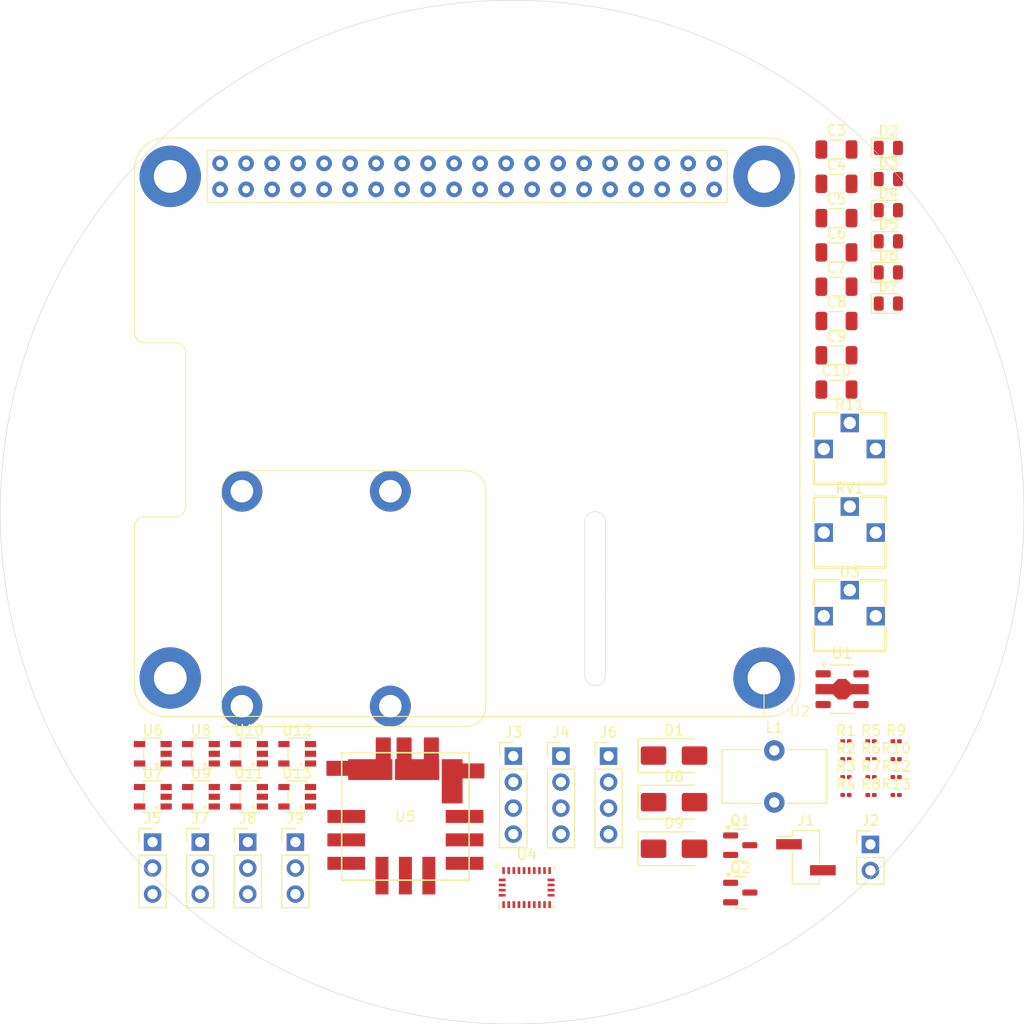
<source format=kicad_pcb>
(kicad_pcb (version 20241229) (generator "pcbnew") (generator_version "9.0")
  (layers (0 "F.Cu" signal) (2 "B.Cu" signal) (13 "F.Paste" user) (15 "B.Paste" user) (5 "F.SilkS" user "F.Silkscreen") (7 "B.SilkS" user "B.Silkscreen") (1 "F.Mask" user) (3 "B.Mask" user) (25 "Edge.Cuts" user))
  (net 0 "")
  (net 1 "VCC")
  (net 2 "GND")
  (net 3 "+5V")
  (net 4 "SERVO_LOGIC")
  (net 5 "Net-(D2-A)")
  (net 6 "Net-(D3-A)")
  (net 7 "Net-(D3-K)")
  (net 8 "Net-(D4-A)")
  (net 9 "Net-(D5-A)")
  (net 10 "Net-(D6-A)")
  (net 11 "Net-(D7-K)")
  (net 12 "Net-(D7-A)")
  (net 13 "Net-(D8-A)")
  (net 14 "+6V")
  (net 15 "+3.3V")
  (net 16 "SCL")
  (net 17 "SDA")
  (net 18 "Net-(J4-Pin_1)")
  (net 19 "Net-(J4-Pin_3)")
  (net 20 "Net-(J4-Pin_2)")
  (net 21 "Net-(J4-Pin_4)")
  (net 22 "Net-(J5-Pin_1)")
  (net 29 "Net-(J7-Pin_1)")
  (net 31 "Net-(J8-Pin_1)")
  (net 32 "Net-(J9-Pin_1)")
  (net 34 "Net-(Q1-S)")
  (net 35 "Net-(Q1-G)")
  (net 36 "LowBeam")
  (net 37 "Net-(U5-PG)")
  (net 38 "Net-(U5-ON{slash}OFF)")
  (net 39 "Net-(R3-Pad2)")
  (net 40 "HighBeam")
  (net 41 "Net-(R11-Pad1)")
  (net 42 "Net-(R11-Pad3)")
  (net 43 "Net-(U5-TRIM1)")
  (net 48 "Net-(U2-GPIO24)")
  (net 49 "Net-(U2-GPIO12(PWM0))")
  (net 51 "Net-(U2-GPIO3(SCL))")
  (net 55 "BLDC4_RP4")
  (net 56 "Net-(U2-GPIO2(SDA))")
  (net 57 "BLDC1_RP4")
  (net 60 "BLDC3_RP4")
  (net 61 "Net-(U2-GPIO13(PWM1))")
  (net 62 "Net-(U2-GPIO23)")
  (net 65 "BLDC2_RP4")
  (footprint "LED_SMD:LED_0805_2012Metric" (layer "F.Cu") (at 186.75 70.505)
    (property "Reference" "D4" (at 0 -1.65 0) (layer "F.SilkS"))
    (property "Value" "LED")
    (pad "1" smd roundrect (at -0.9375 0) (size 0.975 1.4) (layers "F.Cu" "F.Mask" "F.Paste") (net 7 "Net-(D3-K)"))
    (pad "2" smd roundrect (at 0.9375 0) (size 0.975 1.4) (layers "F.Cu" "F.Mask" "F.Paste") (net 8 "Net-(D4-A)"))
  )
  (footprint "basic_parts:SOT-23-5_L3.0-W1.7-P0.95-LS2.8-BR" (layer "F.Cu") (at 124.305 127.805)
    (property "Reference" "U11" (at 0 -2.3 0) (layer "F.SilkS"))
    (property "Value" "~")
    (pad "1" smd rect (at 1.3 0.95) (size 1.1 0.6) (layers "F.Cu" "F.Mask" "F.Paste") (net 2 "GND"))
    (pad "2" smd rect (at 1.3 0) (size 1.1 0.6) (layers "F.Cu" "F.Mask" "F.Paste") (net 4 "SERVO_LOGIC"))
    (pad "3" smd rect (at 1.3 -0.95) (size 1.1 0.6) (layers "F.Cu" "F.Mask" "F.Paste") (net 65 "BLDC2_RP4"))
    (pad "4" smd rect (at -1.3 -0.95) (size 1.1 0.6) (layers "F.Cu" "F.Mask" "F.Paste") (net 2 "GND"))
    (pad "5" smd rect (at -1.3 0.95) (size 1.1 0.6) (layers "F.Cu" "F.Mask" "F.Paste") (net 29 "Net-(J7-Pin_1)"))
  )
  (footprint "Connector_PinHeader_2.54mm:PinHeader_1x02_P2.54mm_Vertical_SMD_Pin1Left" (layer "F.Cu") (at 178.7 133.71)
    (property "Reference" "J1" (at 0 -3.6 0) (layer "F.SilkS"))
    (property "Value" "Conn_01x02_Pin")
    (pad "1" smd rect (at -1.655 -1.27) (size 2.51 1) (layers "F.Cu" "F.Mask" "F.Paste") (net 3 "+5V"))
    (pad "2" smd rect (at 1.655 1.27) (size 2.51 1) (layers "F.Cu" "F.Mask" "F.Paste") (net 2 "GND"))
  )
  (footprint "basic_parts:RES-ADJ-SMD_GF063P1" (layer "F.Cu") (at 182.982 92.562)
    (property "Reference" "R11" (at 0 -3.057 0) (layer "F.SilkS"))
    (property "Value" "10kΩ")
    (pad "1" thru_hole rect (at -2.54 1.27) (size 1.8 1.8) (drill 1.2) (layers "*.Cu" "*.Mask") (net 41 "Net-(R11-Pad1)"))
    (pad "2" thru_hole rect (at 0 -1.27) (size 1.8 1.8) (drill 1.2) (layers "*.Cu" "*.Mask") (net 40 "HighBeam"))
    (pad "3" thru_hole rect (at 2.54 1.27) (size 1.8 1.8) (drill 1.2) (layers "*.Cu" "*.Mask") (net 42 "Net-(R11-Pad3)"))
  )
  (footprint "basic_parts:SOT-23-5_L3.0-W1.7-P0.95-LS2.8-BR" (layer "F.Cu") (at 129.005 123.605)
    (property "Reference" "U12" (at 0 -2.3 0) (layer "F.SilkS"))
    (property "Value" "~")
    (pad "1" smd rect (at 1.3 0.95) (size 1.1 0.6) (layers "F.Cu" "F.Mask" "F.Paste") (net 2 "GND"))
    (pad "2" smd rect (at 1.3 0) (size 1.1 0.6) (layers "F.Cu" "F.Mask" "F.Paste") (net 4 "SERVO_LOGIC"))
    (pad "3" smd rect (at 1.3 -0.95) (size 1.1 0.6) (layers "F.Cu" "F.Mask" "F.Paste") (net 60 "BLDC3_RP4"))
    (pad "4" smd rect (at -1.3 -0.95) (size 1.1 0.6) (layers "F.Cu" "F.Mask" "F.Paste") (net 2 "GND"))
    (pad "5" smd rect (at -1.3 0.95) (size 1.1 0.6) (layers "F.Cu" "F.Mask" "F.Paste") (net 31 "Net-(J8-Pin_1)"))
  )
  (footprint "basic_parts:RES-ADJ-SMD_GF063P1" (layer "F.Cu") (at 182.982 108.89)
    (property "Reference" "U3" (at 0 -3.057 0) (layer "F.SilkS"))
    (property "Value" "~")
    (pad "1" thru_hole rect (at -2.54 1.27) (size 1.8 1.8) (drill 1.2) (layers "*.Cu" "*.Mask") (net 51 "Net-(U2-GPIO3(SCL))"))
    (pad "2" thru_hole rect (at 0 -1.27) (size 1.8 1.8) (drill 1.2) (layers "*.Cu" "*.Mask") (net 56 "Net-(U2-GPIO2(SDA))"))
    (pad "3" thru_hole rect (at 2.54 1.27) (size 1.8 1.8) (drill 1.2) (layers "*.Cu" "*.Mask") (net 15 "+3.3V"))
  )
  (footprint "Capacitor_SMD:C_1206_3216Metric" (layer "F.Cu") (at 181.68 74.63)
    (property "Reference" "C6" (at 0 -1.85 0) (layer "F.SilkS"))
    (property "Value" "22uF")
    (pad "1" smd roundrect (at -1.475 0) (size 1.15 1.8) (layers "F.Cu" "F.Mask" "F.Paste") (roundrect_rratio 0.217391) (net 3 "+5V"))
    (pad "2" smd roundrect (at 1.475 0) (size 1.15 1.8) (layers "F.Cu" "F.Mask" "F.Paste") (roundrect_rratio 0.217391) (net 2 "GND"))
  )
  (footprint "basic_parts:Raspberry Pi 4 hat" (layer "F.Cu") (at 178.105 119.955)
    (property "Reference" "U2" (at 0 -0.5 0) (layer "F.SilkS") (effects (font (thickness 0.1))))
    (property "Value" "~")
    (fp_line (start -21 -4.02) (end -21 -19.02) (stroke (width 0.05)) (layer "Edge.Cuts"))
    (fp_line (start -19 -19.02) (end -19 -11.5) (stroke (width 0.05)) (layer "Edge.Cuts"))
    (fp_line (start -19 -12.52) (end -19 -4.02) (stroke (width 0.05)) (layer "Edge.Cuts"))
    (fp_arc (start -21 -19) (mid -20 -20) (end -19 -19) (stroke (width 0.05)) (layer "Edge.Cuts"))
    (fp_arc (start -19 -4) (mid -20 -3) (end -21 -4) (stroke (width 0.05)) (layer "Edge.Cuts"))
    (pad "" np_thru_hole circle (at -61.5 -52.75) (size 6 6) (drill 3.2) (layers "*.Cu" "*.Mask"))
    (pad "" np_thru_hole circle (at -61.5 -3.75) (size 6 6) (drill 3.2) (layers "*.Cu" "*.Mask"))
    (pad "" np_thru_hole circle (at -54.5 -22) (size 4 4) (drill 2.2) (layers "*.Cu" "*.Mask"))
    (pad "" np_thru_hole circle (at -54.5 -1) (size 4 4) (drill 2.2) (layers "*.Cu" "*.Mask"))
    (pad "" np_thru_hole circle (at -40 -22) (size 4 4) (drill 2.2) (layers "*.Cu" "*.Mask"))
    (pad "" np_thru_hole circle (at -40 -1) (size 4 4) (drill 2.2) (layers "*.Cu" "*.Mask"))
    (pad "" np_thru_hole circle (at -3.5 -52.75) (size 6 6) (drill 3.2) (layers "*.Cu" "*.Mask"))
    (pad "" np_thru_hole circle (at -3.5 -3.75) (size 6 6) (drill 3.2) (layers "*.Cu" "*.Mask"))
    (pad "1" thru_hole circle (at -56.63 -51.48) (size 1.524 1.524) (drill 0.762) (layers "*.Cu" "*.Mask") (net 15 "+3.3V"))
    (pad "2" thru_hole circle (at -56.63 -54.02) (size 1.524 1.524) (drill 0.762) (layers "*.Cu" "*.Mask") (net 3 "+5V"))
    (pad "3" thru_hole circle (at -54.09 -51.48) (size 1.524 1.524) (drill 0.762) (layers "*.Cu" "*.Mask") (net 56 "Net-(U2-GPIO2(SDA))"))
    (pad "4" thru_hole circle (at -54.09 -54.02) (size 1.524 1.524) (drill 0.762) (layers "*.Cu" "*.Mask") (net 3 "+5V"))
    (pad "5" thru_hole circle (at -51.55 -51.48) (size 1.524 1.524) (drill 0.762) (layers "*.Cu" "*.Mask") (net 51 "Net-(U2-GPIO3(SCL))"))
    (pad "6" thru_hole circle (at -51.55 -54.02) (size 1.524 1.524) (drill 0.762) (layers "*.Cu" "*.Mask") (net 2 "GND"))
    (pad "7" thru_hole circle (at -49.01 -51.48) (size 1.524 1.524) (drill 0.762) (layers "*.Cu" "*.Mask") (net 57 "BLDC1_RP4"))
    (pad "8" thru_hole circle (at -49.01 -54.02) (size 1.524 1.524) (drill 0.762) (layers "*.Cu" "*.Mask"))
    (pad "9" thru_hole circle (at -46.47 -51.48) (size 1.524 1.524) (drill 0.762) (layers "*.Cu" "*.Mask") (net 2 "GND"))
    (pad "10" thru_hole circle (at -46.47 -54.02) (size 1.524 1.524) (drill 0.762) (layers "*.Cu" "*.Mask"))
    (pad "11" thru_hole circle (at -43.93 -51.48) (size 1.524 1.524) (drill 0.762) (layers "*.Cu" "*.Mask") (net 65 "BLDC2_RP4"))
    (pad "12" thru_hole circle (at -43.93 -54.02) (size 1.524 1.524) (drill 0.762) (layers "*.Cu" "*.Mask"))
    (pad "13" thru_hole circle (at -41.39 -51.48) (size 1.524 1.524) (drill 0.762) (layers "*.Cu" "*.Mask") (net 60 "BLDC3_RP4"))
    (pad "14" thru_hole circle (at -41.39 -54.02) (size 1.524 1.524) (drill 0.762) (layers "*.Cu" "*.Mask") (net 2 "GND"))
    (pad "15" thru_hole circle (at -38.85 -51.48) (size 1.524 1.524) (drill 0.762) (layers "*.Cu" "*.Mask") (net 55 "BLDC4_RP4"))
    (pad "16" thru_hole circle (at -38.85 -54.02) (size 1.524 1.524) (drill 0.762) (layers "*.Cu" "*.Mask") (net 62 "Net-(U2-GPIO23)"))
    (pad "17" thru_hole circle (at -36.31 -51.48) (size 1.524 1.524) (drill 0.762) (layers "*.Cu" "*.Mask") (net 15 "+3.3V"))
    (pad "18" thru_hole circle (at -36.31 -54.02) (size 1.524 1.524) (drill 0.762) (layers "*.Cu" "*.Mask") (net 48 "Net-(U2-GPIO24)"))
    (pad "19" thru_hole circle (at -33.77 -51.48) (size 1.524 1.524) (drill 0.762) (layers "*.Cu" "*.Mask"))
    (pad "20" thru_hole circle (at -33.77 -54.02) (size 1.524 1.524) (drill 0.762) (layers "*.Cu" "*.Mask") (net 2 "GND"))
    (pad "21" thru_hole circle (at -31.23 -51.48) (size 1.524 1.524) (drill 0.762) (layers "*.Cu" "*.Mask") (net 36 "LowBeam"))
    (pad "22" thru_hole circle (at -31.23 -54.02) (size 1.524 1.524) (drill 0.762) (layers "*.Cu" "*.Mask"))
    (pad "23" thru_hole circle (at -28.69 -51.48) (size 1.524 1.524) (drill 0.762) (layers "*.Cu" "*.Mask"))
    (pad "24" thru_hole circle (at -28.69 -54.02) (size 1.524 1.524) (drill 0.762) (layers "*.Cu" "*.Mask"))
    (pad "25" thru_hole circle (at -26.15 -51.48) (size 1.524 1.524) (drill 0.762) (layers "*.Cu" "*.Mask") (net 2 "GND"))
    (pad "26" thru_hole circle (at -26.15 -54.02) (size 1.524 1.524) (drill 0.762) (layers "*.Cu" "*.Mask"))
    (pad "27" thru_hole circle (at -23.61 -51.48) (size 1.524 1.524) (drill 0.762) (layers "*.Cu" "*.Mask"))
    (pad "28" thru_hole circle (at -23.61 -54.02) (size 1.524 1.524) (drill 0.762) (layers "*.Cu" "*.Mask"))
    (pad "29" thru_hole circle (at -21.07 -51.48) (size 1.524 1.524) (drill 0.762) (layers "*.Cu" "*.Mask") (net 40 "HighBeam"))
    (pad "30" thru_hole circle (at -21.07 -54.02) (size 1.524 1.524) (drill 0.762) (layers "*.Cu" "*.Mask") (net 2 "GND"))
    (pad "31" thru_hole circle (at -18.53 -51.48) (size 1.524 1.524) (drill 0.762) (layers "*.Cu" "*.Mask"))
    (pad "32" thru_hole circle (at -18.53 -54.02) (size 1.524 1.524) (drill 0.762) (layers "*.Cu" "*.Mask") (net 49 "Net-(U2-GPIO12(PWM0))"))
    (pad "33" thru_hole circle (at -15.99 -51.48) (size 1.524 1.524) (drill 0.762) (layers "*.Cu" "*.Mask") (net 61 "Net-(U2-GPIO13(PWM1))"))
    (pad "34" thru_hole circle (at -15.99 -54.02) (size 1.524 1.524) (drill 0.762) (layers "*.Cu" "*.Mask") (net 2 "GND"))
    (pad "35" thru_hole circle (at -13.45 -51.48) (size 1.524 1.524) (drill 0.762) (layers "*.Cu" "*.Mask"))
    (pad "36" thru_hole circle (at -13.45 -54.02) (size 1.524 1.524) (drill 0.762) (layers "*.Cu" "*.Mask"))
    (pad "37" thru_hole circle (at -10.91 -51.48) (size 1.524 1.524) (drill 0.762) (layers "*.Cu" "*.Mask"))
    (pad "38" thru_hole circle (at -10.91 -54.02) (size 1.524 1.524) (drill 0.762) (layers "*.Cu" "*.Mask"))
    (pad "39" thru_hole circle (at -8.37 -51.48) (size 1.524 1.524) (drill 0.762) (layers "*.Cu" "*.Mask") (net 2 "GND"))
    (pad "40" thru_hole circle (at -8.37 -54.02) (size 1.524 1.524) (drill 0.762) (layers "*.Cu" "*.Mask"))
  )
  (footprint "Connector_PinHeader_2.54mm:PinHeader_1x02_P2.54mm_Vertical" (layer "F.Cu") (at 185 132.46)
    (property "Reference" "J2" (at 0 -2.33 0) (layer "F.SilkS"))
    (property "Value" "Conn_01x02_Pin")
    (pad "1" thru_hole rect (at 0 0) (size 1.7 1.7) (drill 1) (layers "*.Cu" "*.Mask") (net 1 "VCC"))
    (pad "2" thru_hole oval (at 0 2.54) (size 1.7 1.7) (drill 1) (layers "*.Cu" "*.Mask") (net 2 "GND"))
  )
  (footprint "Capacitor_SMD:C_1206_3216Metric" (layer "F.Cu") (at 181.68 77.98)
    (property "Reference" "C7" (at 0 -1.85 0) (layer "F.SilkS"))
    (property "Value" "22uF")
    (pad "1" smd roundrect (at -1.475 0) (size 1.15 1.8) (layers "F.Cu" "F.Mask" "F.Paste") (roundrect_rratio 0.217391) (net 1 "VCC"))
    (pad "2" smd roundrect (at 1.475 0) (size 1.15 1.8) (layers "F.Cu" "F.Mask" "F.Paste") (roundrect_rratio 0.217391) (net 2 "GND"))
  )
  (footprint "Connector_PinHeader_2.54mm:PinHeader_1x03_P2.54mm_Vertical" (layer "F.Cu") (at 128.83 132.23)
    (property "Reference" "J9" (at 0 -2.33 0) (layer "F.SilkS"))
    (property "Value" "BLDC4")
    (pad "1" thru_hole rect (at 0 0) (size 1.7 1.7) (drill 1) (layers "*.Cu" "*.Mask") (net 32 "Net-(J9-Pin_1)"))
    (pad "2" thru_hole oval (at 0 2.54) (size 1.7 1.7) (drill 1) (layers "*.Cu" "*.Mask"))
    (pad "3" thru_hole oval (at 0 5.08) (size 1.7 1.7) (drill 1) (layers "*.Cu" "*.Mask") (net 2 "GND"))
  )
  (footprint "Resistor_SMD:R_0201_0603Metric" (layer "F.Cu") (at 182.61 127.63)
    (property "Reference" "R4" (at 0 -1.05 0) (layer "F.SilkS"))
    (property "Value" "100")
    (pad "1" smd roundrect (at -0.32 0) (size 0.46 0.4) (layers "F.Cu" "F.Mask") (net 37 "Net-(U5-PG)"))
    (pad "2" smd roundrect (at 0.32 0) (size 0.46 0.4) (layers "F.Cu" "F.Mask") (net 35 "Net-(Q1-G)"))
  )
  (footprint "Resistor_SMD:R_0201_0603Metric" (layer "F.Cu") (at 185.06 122.38)
    (property "Reference" "R5" (at 0 -1.05 0) (layer "F.SilkS"))
    (property "Value" "1.2k")
    (pad "1" smd roundrect (at -0.32 0) (size 0.46 0.4) (layers "F.Cu" "F.Mask") (net 34 "Net-(Q1-S)"))
    (pad "2" smd roundrect (at 0.32 0) (size 0.46 0.4) (layers "F.Cu" "F.Mask") (net 5 "Net-(D2-A)"))
  )
  (footprint "Package_TO_SOT_SMD:SOT-23" (layer "F.Cu") (at 172.28 132.535)
    (property "Reference" "Q1" (at 0 -2.4 0) (layer "F.SilkS"))
    (property "Value" "AO3401A")
    (pad "1" smd roundrect (at -0.9375 -0.95) (size 1.475 0.6) (layers "F.Cu" "F.Mask" "F.Paste") (net 35 "Net-(Q1-G)"))
    (pad "2" smd roundrect (at -0.9375 0.95) (size 1.475 0.6) (layers "F.Cu" "F.Mask" "F.Paste") (net 34 "Net-(Q1-S)"))
    (pad "3" smd roundrect (at 0.9375 0) (size 1.475 0.6) (layers "F.Cu" "F.Mask" "F.Paste") (net 3 "+5V"))
  )
  (footprint "Package_LGA:LGA-28_5.2x3.8mm_P0.5mm" (layer "F.Cu") (at 151.415 136.675)
    (property "Reference" "U4" (at 0 -3.25 0) (layer "F.SilkS"))
    (property "Value" "BNO055")
    (pad "1" smd rect (at -2.25 -1.6625) (size 0.254 0.675) (layers "F.Cu" "F.Mask" "F.Paste"))
    (pad "2" smd rect (at -2.3875 -0.75 90) (size 0.254 0.675) (layers "F.Cu" "F.Mask" "F.Paste") (net 2 "GND"))
    (pad "3" smd rect (at -2.3875 -0.25 90) (size 0.254 0.675) (layers "F.Cu" "F.Mask" "F.Paste"))
    (pad "4" smd rect (at -2.3875 0.25 90) (size 0.254 0.675) (layers "F.Cu" "F.Mask" "F.Paste"))
    (pad "5" smd rect (at -2.3875 0.75 90) (size 0.254 0.675) (layers "F.Cu" "F.Mask" "F.Paste"))
    (pad "6" smd rect (at -2.25 1.6625) (size 0.254 0.675) (layers "F.Cu" "F.Mask" "F.Paste"))
    (pad "7" smd rect (at -1.75 1.6625) (size 0.254 0.675) (layers "F.Cu" "F.Mask" "F.Paste"))
    (pad "8" smd rect (at -1.25 1.6625) (size 0.254 0.675) (layers "F.Cu" "F.Mask" "F.Paste"))
    (pad "9" smd rect (at -0.75 1.6625) (size 0.254 0.675) (layers "F.Cu" "F.Mask" "F.Paste"))
    (pad "10" smd rect (at -0.25 1.6625) (size 0.254 0.675) (layers "F.Cu" "F.Mask" "F.Paste"))
    (pad "11" smd rect (at 0.25 1.6625) (size 0.254 0.675) (layers "F.Cu" "F.Mask" "F.Paste"))
    (pad "12" smd rect (at 0.75 1.6625) (size 0.254 0.675) (layers "F.Cu" "F.Mask" "F.Paste"))
    (pad "13" smd rect (at 1.25 1.6625) (size 0.254 0.675) (layers "F.Cu" "F.Mask" "F.Paste"))
    (pad "14" smd rect (at 1.75 1.6625) (size 0.254 0.675) (layers "F.Cu" "F.Mask" "F.Paste"))
    (pad "15" smd rect (at 2.25 1.6625) (size 0.254 0.675) (layers "F.Cu" "F.Mask" "F.Paste") (net 2 "GND"))
    (pad "16" smd rect (at 2.3875 0.75 90) (size 0.254 0.675) (layers "F.Cu" "F.Mask" "F.Paste") (net 2 "GND"))
    (pad "17" smd rect (at 2.3875 0.25 90) (size 0.254 0.675) (layers "F.Cu" "F.Mask" "F.Paste"))
    (pad "18" smd rect (at 2.3875 -0.25 90) (size 0.254 0.675) (layers "F.Cu" "F.Mask" "F.Paste"))
    (pad "19" smd rect (at 2.3875 -0.75 90) (size 0.254 0.675) (layers "F.Cu" "F.Mask" "F.Paste"))
    (pad "20" smd rect (at 2.25 -1.6625) (size 0.254 0.675) (layers "F.Cu" "F.Mask" "F.Paste"))
    (pad "21" smd rect (at 1.75 -1.6625) (size 0.254 0.675) (layers "F.Cu" "F.Mask" "F.Paste"))
    (pad "22" smd rect (at 1.25 -1.6625) (size 0.254 0.675) (layers "F.Cu" "F.Mask" "F.Paste"))
    (pad "23" smd rect (at 0.75 -1.6625) (size 0.254 0.675) (layers "F.Cu" "F.Mask" "F.Paste"))
    (pad "24" smd rect (at 0.25 -1.6625) (size 0.254 0.675) (layers "F.Cu" "F.Mask" "F.Paste"))
    (pad "25" smd rect (at -0.25 -1.6625) (size 0.254 0.675) (layers "F.Cu" "F.Mask" "F.Paste") (net 2 "GND"))
    (pad "26" smd rect (at -0.75 -1.6625) (size 0.254 0.675) (layers "F.Cu" "F.Mask" "F.Paste"))
    (pad "27" smd rect (at -1.25 -1.6625) (size 0.254 0.675) (layers "F.Cu" "F.Mask" "F.Paste"))
    (pad "28" smd rect (at -1.75 -1.6625) (size 0.254 0.675) (layers "F.Cu" "F.Mask" "F.Paste"))
  )
  (footprint "Capacitor_SMD:C_1206_3216Metric" (layer "F.Cu") (at 181.68 84.68)
    (property "Reference" "C9" (at 0 -1.85 0) (layer "F.SilkS"))
    (property "Value" "22uF")
    (pad "1" smd roundrect (at -1.475 0) (size 1.15 1.8) (layers "F.Cu" "F.Mask" "F.Paste") (roundrect_rratio 0.217391) (net 1 "VCC"))
    (pad "2" smd roundrect (at 1.475 0) (size 1.15 1.8) (layers "F.Cu" "F.Mask" "F.Paste") (roundrect_rratio 0.217391) (net 2 "GND"))
  )
  (footprint "basic_parts:SOT-23-5_L3.0-W1.7-P0.95-LS2.8-BR" (layer "F.Cu") (at 129.005 127.805)
    (property "Reference" "U13" (at 0 -2.3 0) (layer "F.SilkS"))
    (property "Value" "~")
    (pad "1" smd rect (at 1.3 0.95) (size 1.1 0.6) (layers "F.Cu" "F.Mask" "F.Paste") (net 2 "GND"))
    (pad "2" smd rect (at 1.3 0) (size 1.1 0.6) (layers "F.Cu" "F.Mask" "F.Paste") (net 4 "SERVO_LOGIC"))
    (pad "3" smd rect (at 1.3 -0.95) (size 1.1 0.6) (layers "F.Cu" "F.Mask" "F.Paste") (net 55 "BLDC4_RP4"))
    (pad "4" smd rect (at -1.3 -0.95) (size 1.1 0.6) (layers "F.Cu" "F.Mask" "F.Paste") (net 2 "GND"))
    (pad "5" smd rect (at -1.3 0.95) (size 1.1 0.6) (layers "F.Cu" "F.Mask" "F.Paste") (net 32 "Net-(J9-Pin_1)"))
  )
  (footprint "Package_TO_SOT_SMD:SOT-89-5" (layer "F.Cu") (at 182.23 117.295)
    (property "Reference" "U1" (at 0 -3.5 0) (layer "F.SilkS"))
    (property "Value" "~")
    (pad "1" smd roundrect (at -1.85 -1.5) (size 1.5 0.7) (layers "F.Cu" "F.Mask" "F.Paste") (net 13 "Net-(D8-A)"))
    (pad "2" smd custom (at 0 0) (size 0.8 2) (layers "F.Cu" "F.Mask" "F.Paste") (net 2 "GND") (options (clearance outline) (anchor rect)) (primitives (gr_poly (pts (xy 0.9 -0.5) (xy 2.6 -0.5) (xy 2.6 0.5) (xy 0.9 0.5) (xy 0.4 1) (xy -0.4 1) (xy -0.9 0.5) (xy -2.6 0.5) (xy -2.6 -0.5) (xy -0.9 -0.5) (xy -0.4 -1) (xy 0.4 -1)) (width 0) (fill yes))))
    (pad "3" smd roundrect (at -1.85 1.5) (size 1.5 0.7) (layers "F.Cu" "F.Mask" "F.Paste"))
    (pad "4" smd roundrect (at 1.85 1.5) (size 1.5 0.7) (layers "F.Cu" "F.Mask" "F.Paste") (net 12 "Net-(D7-A)"))
    (pad "5" smd roundrect (at 1.85 -1.5) (size 1.5 0.7) (layers "F.Cu" "F.Mask" "F.Paste") (net 3 "+5V"))
  )
  (footprint "basic_parts:SOT-23-5_L3.0-W1.7-P0.95-LS2.8-BR" (layer "F.Cu") (at 119.605 127.805)
    (property "Reference" "U9" (at 0 -2.3 0) (layer "F.SilkS"))
    (property "Value" "~")
    (pad "1" smd rect (at 1.3 0.95) (size 1.1 0.6) (layers "F.Cu" "F.Mask" "F.Paste") (net 2 "GND"))
    (pad "2" smd rect (at 1.3 0) (size 1.1 0.6) (layers "F.Cu" "F.Mask" "F.Paste") (net 4 "SERVO_LOGIC"))
    (pad "3" smd rect (at 1.3 -0.95) (size 1.1 0.6) (layers "F.Cu" "F.Mask" "F.Paste") (net 48 "Net-(U2-GPIO24)"))
    (pad "4" smd rect (at -1.3 -0.95) (size 1.1 0.6) (layers "F.Cu" "F.Mask" "F.Paste") (net 2 "GND"))
    (pad "5" smd rect (at -1.3 0.95) (size 1.1 0.6) (layers "F.Cu" "F.Mask" "F.Paste") (net 20 "Net-(J4-Pin_2)"))
  )
  (footprint "basic_parts:SOT-23-5_L3.0-W1.7-P0.95-LS2.8-BR" (layer "F.Cu") (at 124.305 123.605)
    (property "Reference" "U10" (at 0 -2.3 0) (layer "F.SilkS"))
    (property "Value" "~")
    (pad "1" smd rect (at 1.3 0.95) (size 1.1 0.6) (layers "F.Cu" "F.Mask" "F.Paste") (net 2 "GND"))
    (pad "2" smd rect (at 1.3 0) (size 1.1 0.6) (layers "F.Cu" "F.Mask" "F.Paste") (net 4 "SERVO_LOGIC"))
    (pad "3" smd rect (at 1.3 -0.95) (size 1.1 0.6) (layers "F.Cu" "F.Mask" "F.Paste") (net 57 "BLDC1_RP4"))
    (pad "4" smd rect (at -1.3 -0.95) (size 1.1 0.6) (layers "F.Cu" "F.Mask" "F.Paste") (net 2 "GND"))
    (pad "5" smd rect (at -1.3 0.95) (size 1.1 0.6) (layers "F.Cu" "F.Mask" "F.Paste") (net 22 "Net-(J5-Pin_1)"))
  )
  (footprint "Connector_PinHeader_2.54mm:PinHeader_1x03_P2.54mm_Vertical" (layer "F.Cu") (at 114.88 132.23)
    (property "Reference" "J5" (at 0 -2.33 0) (layer "F.SilkS"))
    (property "Value" "BLDC1")
    (pad "1" thru_hole rect (at 0 0) (size 1.7 1.7) (drill 1) (layers "*.Cu" "*.Mask") (net 22 "Net-(J5-Pin_1)"))
    (pad "2" thru_hole oval (at 0 2.54) (size 1.7 1.7) (drill 1) (layers "*.Cu" "*.Mask"))
    (pad "3" thru_hole oval (at 0 5.08) (size 1.7 1.7) (drill 1) (layers "*.Cu" "*.Mask") (net 2 "GND"))
  )
  (footprint "LED_SMD:LED_0805_2012Metric" (layer "F.Cu") (at 186.75 64.425)
    (property "Reference" "D2" (at 0 -1.65 0) (layer "F.SilkS"))
    (property "Value" "LED")
    (pad "1" smd roundrect (at -0.9375 0) (size 0.975 1.4) (layers "F.Cu" "F.Mask" "F.Paste") (net 2 "GND"))
    (pad "2" smd roundrect (at 0.9375 0) (size 0.975 1.4) (layers "F.Cu" "F.Mask" "F.Paste") (net 5 "Net-(D2-A)"))
  )
  (footprint "Connector_PinHeader_2.54mm:PinHeader_1x03_P2.54mm_Vertical" (layer "F.Cu") (at 124.18 132.23)
    (property "Reference" "J8" (at 0 -2.33 0) (layer "F.SilkS"))
    (property "Value" "BLDC3")
    (pad "1" thru_hole rect (at 0 0) (size 1.7 1.7) (drill 1) (layers "*.Cu" "*.Mask") (net 31 "Net-(J8-Pin_1)"))
    (pad "2" thru_hole oval (at 0 2.54) (size 1.7 1.7) (drill 1) (layers "*.Cu" "*.Mask"))
    (pad "3" thru_hole oval (at 0 5.08) (size 1.7 1.7) (drill 1) (layers "*.Cu" "*.Mask") (net 2 "GND"))
  )
  (footprint "Resistor_SMD:R_0201_0603Metric" (layer "F.Cu") (at 182.61 124.13)
    (property "Reference" "R2" (at 0 -1.05 0) (layer "F.SilkS"))
    (property "Value" "20k")
    (pad "1" smd roundrect (at -0.32 0) (size 0.46 0.4) (layers "F.Cu" "F.Mask") (net 38 "Net-(U5-ON{slash}OFF)"))
    (pad "2" smd roundrect (at 0.32 0) (size 0.46 0.4) (layers "F.Cu" "F.Mask") (net 1 "VCC"))
  )
  (footprint "Inductor_THT:L_Toroid_Vertical_L10.0mm_W5.0mm_P5.08mm" (layer "F.Cu") (at 175.61 123.28)
    (property "Reference" "L1" (at 0 -2.25 0) (layer "F.SilkS"))
    (property "Value" "68u")
    (pad "1" thru_hole circle (at 0 0) (size 2 2) (drill 1) (layers "*.Cu" "*.Mask") (net 11 "Net-(D7-K)"))
    (pad "2" thru_hole circle (at 0 5.08) (size 2 2) (drill 1) (layers "*.Cu" "*.Mask") (net 13 "Net-(D8-A)"))
  )
  (footprint "basic_parts:SOT-23-5_L3.0-W1.7-P0.95-LS2.8-BR" (layer "F.Cu") (at 114.905 123.605)
    (property "Reference" "U6" (at 0 -2.3 0) (layer "F.SilkS"))
    (property "Value" "~")
    (pad "1" smd rect (at 1.3 0.95) (size 1.1 0.6) (layers "F.Cu" "F.Mask" "F.Paste") (net 2 "GND"))
    (pad "2" smd rect (at 1.3 0) (size 1.1 0.6) (layers "F.Cu" "F.Mask" "F.Paste") (net 4 "SERVO_LOGIC"))
    (pad "3" smd rect (at 1.3 -0.95) (size 1.1 0.6) (layers "F.Cu" "F.Mask" "F.Paste") (net 49 "Net-(U2-GPIO12(PWM0))"))
    (pad "4" smd rect (at -1.3 -0.95) (size 1.1 0.6) (layers "F.Cu" "F.Mask" "F.Paste") (net 2 "GND"))
    (pad "5" smd rect (at -1.3 0.95) (size 1.1 0.6) (layers "F.Cu" "F.Mask" "F.Paste") (net 19 "Net-(J4-Pin_3)"))
  )
  (footprint "Diode_SMD:D_SMA" (layer "F.Cu") (at 165.815 123.78)
    (property "Reference" "D1" (at 0 -2.5 0) (layer "F.SilkS"))
    (property "Value" "SS34")
    (pad "1" smd roundrect (at -2 0) (size 2.5 1.8) (layers "F.Cu" "F.Mask" "F.Paste") (roundrect_rratio 0.1388888889) (net 4 "SERVO_LOGIC"))
    (pad "2" smd roundrect (at 2 0) (size 2.5 1.8) (layers "F.Cu" "F.Mask" "F.Paste") (roundrect_rratio 0.1388888889) (net 3 "+5V"))
  )
  (footprint "Capacitor_SMD:C_1206_3216Metric" (layer "F.Cu") (at 181.68 88.03)
    (property "Reference" "C10" (at 0 -1.85 0) (layer "F.SilkS"))
    (property "Value" "22uF")
    (pad "1" smd roundrect (at -1.475 0) (size 1.15 1.8) (layers "F.Cu" "F.Mask" "F.Paste") (roundrect_rratio 0.217391) (net 1 "VCC"))
    (pad "2" smd roundrect (at 1.475 0) (size 1.15 1.8) (layers "F.Cu" "F.Mask" "F.Paste") (roundrect_rratio 0.217391) (net 2 "GND"))
  )
  (footprint "LED_SMD:LED_0805_2012Metric" (layer "F.Cu") (at 186.75 79.625)
    (property "Reference" "D7" (at 0 -1.65 0) (layer "F.SilkS"))
    (property "Value" "LED")
    (pad "1" smd roundrect (at -0.9375 0) (size 0.975 1.4) (layers "F.Cu" "F.Mask" "F.Paste") (net 11 "Net-(D7-K)"))
    (pad "2" smd roundrect (at 0.9375 0) (size 0.975 1.4) (layers "F.Cu" "F.Mask" "F.Paste") (net 12 "Net-(D7-A)"))
  )
  (footprint "Connector_PinHeader_2.54mm:PinHeader_1x04_P2.54mm_Vertical" (layer "F.Cu") (at 150.12 123.83)
    (property "Reference" "J3" (at 0 -2.33 0) (layer "F.SilkS"))
    (property "Value" "Conn_01x04_Pin")
    (pad "1" thru_hole rect (at 0 0) (size 1.7 1.7) (drill 1) (layers "*.Cu" "*.Mask") (net 15 "+3.3V"))
    (pad "2" thru_hole oval (at 0 2.54) (size 1.7 1.7) (drill 1) (layers "*.Cu" "*.Mask") (net 17 "SDA"))
    (pad "3" thru_hole oval (at 0 5.08) (size 1.7 1.7) (drill 1) (layers "*.Cu" "*.Mask") (net 16 "SCL"))
    (pad "4" thru_hole oval (at 0 7.62) (size 1.7 1.7) (drill 1) (layers "*.Cu" "*.Mask") (net 2 "GND"))
  )
  (footprint "Resistor_SMD:R_0201_0603Metric" (layer "F.Cu") (at 182.61 122.38)
    (property "Reference" "R1" (at 0 -1.05 0) (layer "F.SilkS"))
    (property "Value" "100k")
    (pad "1" smd roundrect (at -0.32 0) (size 0.46 0.4) (layers "F.Cu" "F.Mask") (net 3 "+5V"))
    (pad "2" smd roundrect (at 0.32 0) (size 0.46 0.4) (layers "F.Cu" "F.Mask") (net 37 "Net-(U5-PG)"))
  )
  (footprint "Resistor_SMD:R_0201_0603Metric" (layer "F.Cu") (at 185.06 124.13)
    (property "Reference" "R6" (at 0 -1.05 0) (layer "F.SilkS"))
    (property "Value" "200")
    (pad "1" smd roundrect (at -0.32 0) (size 0.46 0.4) (layers "F.Cu" "F.Mask") (net 15 "+3.3V"))
    (pad "2" smd roundrect (at 0.32 0) (size 0.46 0.4) (layers "F.Cu" "F.Mask") (net 9 "Net-(D5-A)"))
  )
  (footprint "Capacitor_SMD:C_1206_3216Metric" (layer "F.Cu") (at 181.68 71.28)
    (property "Reference" "C5" (at 0 -1.85 0) (layer "F.SilkS"))
    (property "Value" "22uF")
    (pad "1" smd roundrect (at -1.475 0) (size 1.15 1.8) (layers "F.Cu" "F.Mask" "F.Paste") (roundrect_rratio 0.217391) (net 3 "+5V"))
    (pad "2" smd roundrect (at 1.475 0) (size 1.15 1.8) (layers "F.Cu" "F.Mask" "F.Paste") (roundrect_rratio 0.217391) (net 2 "GND"))
  )
  (footprint "Capacitor_SMD:C_1206_3216Metric" (layer "F.Cu") (at 181.68 81.33)
    (property "Reference" "C8" (at 0 -1.85 0) (layer "F.SilkS"))
    (property "Value" "22uF")
    (pad "1" smd roundrect (at -1.475 0) (size 1.15 1.8) (layers "F.Cu" "F.Mask" "F.Paste") (roundrect_rratio 0.217391) (net 1 "VCC"))
    (pad "2" smd roundrect (at 1.475 0) (size 1.15 1.8) (layers "F.Cu" "F.Mask" "F.Paste") (roundrect_rratio 0.217391) (net 2 "GND"))
  )
  (footprint "Resistor_SMD:R_0201_0603Metric" (layer "F.Cu") (at 187.51 125.88)
    (property "Reference" "R12" (at 0 -1.05 0) (layer "F.SilkS"))
    (property "Value" "5.1k")
    (pad "1" smd roundrect (at -0.32 0) (size 0.46 0.4) (layers "F.Cu" "F.Mask") (net 3 "+5V"))
    (pad "2" smd roundrect (at 0.32 0) (size 0.46 0.4) (layers "F.Cu" "F.Mask") (net 41 "Net-(R11-Pad1)"))
  )
  (footprint "basic_parts:SOT-23-5_L3.0-W1.7-P0.95-LS2.8-BR" (layer "F.Cu") (at 119.605 123.605)
    (property "Reference" "U8" (at 0 -2.3 0) (layer "F.SilkS"))
    (property "Value" "~")
    (pad "1" smd rect (at 1.3 0.95) (size 1.1 0.6) (layers "F.Cu" "F.Mask" "F.Paste") (net 2 "GND"))
    (pad "2" smd rect (at 1.3 0) (size 1.1 0.6) (layers "F.Cu" "F.Mask" "F.Paste") (net 4 "SERVO_LOGIC"))
    (pad "3" smd rect (at 1.3 -0.95) (size 1.1 0.6) (layers "F.Cu" "F.Mask" "F.Paste") (net 62 "Net-(U2-GPIO23)"))
    (pad "4" smd rect (at -1.3 -0.95) (size 1.1 0.6) (layers "F.Cu" "F.Mask" "F.Paste") (net 2 "GND"))
    (pad "5" smd rect (at -1.3 0.95) (size 1.1 0.6) (layers "F.Cu" "F.Mask" "F.Paste") (net 18 "Net-(J4-Pin_1)"))
  )
  (footprint "LED_SMD:LED_0805_2012Metric" (layer "F.Cu") (at 186.75 76.585)
    (property "Reference" "D6" (at 0 -1.65 0) (layer "F.SilkS"))
    (property "Value" "LED")
    (pad "1" smd roundrect (at -0.9375 0) (size 0.975 1.4) (layers "F.Cu" "F.Mask" "F.Paste") (net 7 "Net-(D3-K)"))
    (pad "2" smd roundrect (at 0.9375 0) (size 0.975 1.4) (layers "F.Cu" "F.Mask" "F.Paste") (net 10 "Net-(D6-A)"))
  )
  (footprint "Resistor_SMD:R_0201_0603Metric" (layer "F.Cu") (at 187.51 122.38)
    (property "Reference" "R9" (at 0 -1.05 0) (layer "F.SilkS"))
    (property "Value" "200")
    (pad "1" smd roundrect (at -0.32 0) (size 0.46 0.4) (layers "F.Cu" "F.Mask") (net 15 "+3.3V"))
    (pad "2" smd roundrect (at 0.32 0) (size 0.46 0.4) (layers "F.Cu" "F.Mask") (net 10 "Net-(D6-A)"))
  )
  (footprint "Connector_PinHeader_2.54mm:PinHeader_1x03_P2.54mm_Vertical" (layer "F.Cu") (at 119.53 132.23)
    (property "Reference" "J7" (at 0 -2.33 0) (layer "F.SilkS"))
    (property "Value" "BLDC2")
    (pad "1" thru_hole rect (at 0 0) (size 1.7 1.7) (drill 1) (layers "*.Cu" "*.Mask") (net 29 "Net-(J7-Pin_1)"))
    (pad "2" thru_hole oval (at 0 2.54) (size 1.7 1.7) (drill 1) (layers "*.Cu" "*.Mask"))
    (pad "3" thru_hole oval (at 0 5.08) (size 1.7 1.7) (drill 1) (layers "*.Cu" "*.Mask") (net 2 "GND"))
  )
  (footprint "Diode_SMD:D_SMA" (layer "F.Cu") (at 165.815 132.88)
    (property "Reference" "D9" (at 0 -2.5 0) (layer "F.SilkS"))
    (property "Value" "SS34")
    (pad "1" smd roundrect (at -2 0) (size 2.5 1.8) (layers "F.Cu" "F.Mask" "F.Paste") (roundrect_rratio 0.1388888889) (net 4 "SERVO_LOGIC"))
    (pad "2" smd roundrect (at 2 0) (size 2.5 1.8) (layers "F.Cu" "F.Mask" "F.Paste") (roundrect_rratio 0.1388888889) (net 14 "+6V"))
  )
  (footprint "Connector_PinHeader_2.54mm:PinHeader_1x04_P2.54mm_Vertical" (layer "F.Cu") (at 159.42 123.83)
    (property "Reference" "J6" (at 0 -2.33 0) (layer "F.SilkS"))
    (property "Value" "Conn_01x04_Pin")
    (pad "1" thru_hole rect (at 0 0) (size 1.7 1.7) (drill 1) (layers "*.Cu" "*.Mask"))
    (pad "2" thru_hole oval (at 0 2.54) (size 1.7 1.7) (drill 1) (layers "*.Cu" "*.Mask"))
    (pad "3" thru_hole oval (at 0 5.08) (size 1.7 1.7) (drill 1) (layers "*.Cu" "*.Mask"))
    (pad "4" thru_hole oval (at 0 7.62) (size 1.7 1.7) (drill 1) (layers "*.Cu" "*.Mask"))
  )
  (footprint "OKL-T6-W12N-C:OKL-T&slash_6-W12N-C_MUR" (layer "F.Cu") (at 139.575 129.725)
    (property "Reference" "U5" (at 0 0 0) (layer "F.SilkS"))
    (property "Value" "OKL-T/6-W12N-C")
    (pad "1" smd rect (at -5.78 0) (size 3.68 1.27) (layers "F.Cu" "F.Mask" "F.Paste") (net 38 "Net-(U5-ON{slash}OFF)"))
    (pad "2" smd custom (at -3.43 -4.574) (size 4.318 2.032) (layers "F.Cu" "F.Mask" "F.Paste") (net 1 "VCC") (options (clearance outline) (anchor rect)) (primitives (gr_poly (pts (xy -1.65 -0.76) (xy -4.19 -0.76) (xy -4.19 0.51) (xy -1.65 0.51)) (width 0.2) (fill yes)) (gr_poly (pts (xy 1.906 -0.252) (xy 1.906 -3.046) (xy 0.636 -3.046) (xy 0.636 -0.252)) (width 0.2) (fill yes))))
    (pad "3" smd custom (at 1.14 -4.574) (size 4.318 2.032) (layers "F.Cu" "F.Mask" "F.Paste") (net 2 "GND") (options (clearance outline) (anchor rect)) (primitives (gr_poly (pts (xy -1.902 -0.252) (xy -1.902 -3.046) (xy -0.632 -3.046) (xy -0.632 -0.252)) (width 0.2) (fill yes)) (gr_poly (pts (xy 2.035 -0.506) (xy 2.035 -3.046) (xy 0.765 -3.046) (xy 0.765 -0.506)) (width 0.2) (fill yes))))
    (pad "4" smd custom (at 4.57 -3.431007 90) (size 4.318 2.032) (layers "F.Cu" "F.Mask" "F.Paste") (net 3 "+5V") (options (clearance outline) (anchor rect)) (primitives (gr_poly (pts (xy 1.648993 -0.125) (xy 1.648993 3.05) (xy 0.378993 3.05) (xy 0.378993 -0.125)) (width 0.2) (fill yes))))
    (pad "5" smd rect (at 5.78 0) (size 3.68 1.27) (layers "F.Cu" "F.Mask" "F.Paste") (net 3 "+5V"))
    (pad "6" smd rect (at 5.78 4.579983) (size 3.68 1.27) (layers "F.Cu" "F.Mask" "F.Paste") (net 43 "Net-(U5-TRIM1)"))
    (pad "7" smd rect (at 0 5.782488 90) (size 3.675024 1.27) (layers "F.Cu" "F.Mask" "F.Paste") (net 2 "GND"))
    (pad "8" smd rect (at -2.289995 5.782488 90) (size 3.675024 1.27) (layers "F.Cu" "F.Mask" "F.Paste"))
    (pad "9" smd rect (at -5.78 4.579983) (size 3.68 1.27) (layers "F.Cu" "F.Mask" "F.Paste"))
    (pad "10" smd rect (at -5.78 2.289988) (size 3.68 1.27) (layers "F.Cu" "F.Mask" "F.Paste") (net 37 "Net-(U5-PG)"))
    (pad "11" smd rect (at 5.78 2.289988) (size 3.68 1.27) (layers "F.Cu" "F.Mask" "F.Paste"))
    (pad "12" smd rect (at 2.289995 5.782488 90) (size 3.675024 1.27) (layers "F.Cu" "F.Mask" "F.Paste"))
  )
  (footprint "LED_SMD:LED_0805_2012Metric" (layer "F.Cu") (at 186.75 67.465)
    (property "Reference" "D3" (at 0 -1.65 0) (layer "F.SilkS"))
    (property "Value" "LED")
    (pad "1" smd roundrect (at -0.9375 0) (size 0.975 1.4) (layers "F.Cu" "F.Mask" "F.Paste") (net 7 "Net-(D3-K)"))
    (pad "2" smd roundrect (at 0.9375 0) (size 0.975 1.4) (layers "F.Cu" "F.Mask" "F.Paste") (net 6 "Net-(D3-A)"))
  )
  (footprint "Connector_PinHeader_2.54mm:PinHeader_1x04_P2.54mm_Vertical" (layer "F.Cu") (at 154.77 123.83)
    (property "Reference" "J4" (at 0 -2.33 0) (layer "F.SilkS"))
    (property "Value" "Conn_01x04_Pin")
    (pad "1" thru_hole rect (at 0 0) (size 1.7 1.7) (drill 1) (layers "*.Cu" "*.Mask") (net 18 "Net-(J4-Pin_1)"))
    (pad "2" thru_hole oval (at 0 2.54) (size 1.7 1.7) (drill 1) (layers "*.Cu" "*.Mask") (net 20 "Net-(J4-Pin_2)"))
    (pad "3" thru_hole oval (at 0 5.08) (size 1.7 1.7) (drill 1) (layers "*.Cu" "*.Mask") (net 19 "Net-(J4-Pin_3)"))
    (pad "4" thru_hole oval (at 0 7.62) (size 1.7 1.7) (drill 1) (layers "*.Cu" "*.Mask") (net 21 "Net-(J4-Pin_4)"))
  )
  (footprint "Resistor_SMD:R_0201_0603Metric" (layer "F.Cu") (at 182.61 125.88)
    (property "Reference" "R3" (at 0 -1.05 0) (layer "F.SilkS"))
    (property "Value" "20k")
    (pad "1" smd roundrect (at -0.32 0) (size 0.46 0.4) (layers "F.Cu" "F.Mask") (net 2 "GND"))
    (pad "2" smd roundrect (at 0.32 0) (size 0.46 0.4) (layers "F.Cu" "F.Mask") (net 39 "Net-(R3-Pad2)"))
  )
  (footprint "basic_parts:SOT-23-5_L3.0-W1.7-P0.95-LS2.8-BR" (layer "F.Cu") (at 114.905 127.805)
    (property "Reference" "U7" (at 0 -2.3 0) (layer "F.SilkS"))
    (property "Value" "~")
    (pad "1" smd rect (at 1.3 0.95) (size 1.1 0.6) (layers "F.Cu" "F.Mask" "F.Paste") (net 2 "GND"))
    (pad "2" smd rect (at 1.3 0) (size 1.1 0.6) (layers "F.Cu" "F.Mask" "F.Paste") (net 4 "SERVO_LOGIC"))
    (pad "3" smd rect (at 1.3 -0.95) (size 1.1 0.6) (layers "F.Cu" "F.Mask" "F.Paste") (net 61 "Net-(U2-GPIO13(PWM1))"))
    (pad "4" smd rect (at -1.3 -0.95) (size 1.1 0.6) (layers "F.Cu" "F.Mask" "F.Paste") (net 2 "GND"))
    (pad "5" smd rect (at -1.3 0.95) (size 1.1 0.6) (layers "F.Cu" "F.Mask" "F.Paste") (net 21 "Net-(J4-Pin_4)"))
  )
  (footprint "Capacitor_SMD:C_1206_3216Metric" (layer "F.Cu") (at 181.68 67.93)
    (property "Reference" "C4" (at 0 -1.85 0) (layer "F.SilkS"))
    (property "Value" "22uF")
    (pad "1" smd roundrect (at -1.475 0) (size 1.15 1.8) (layers "F.Cu" "F.Mask" "F.Paste") (roundrect_rratio 0.217391) (net 3 "+5V"))
    (pad "2" smd roundrect (at 1.475 0) (size 1.15 1.8) (layers "F.Cu" "F.Mask" "F.Paste") (roundrect_rratio 0.217391) (net 2 "GND"))
  )
  (footprint "Package_TO_SOT_SMD:SOT-23" (layer "F.Cu") (at 172.28 137.16)
    (property "Reference" "Q2" (at 0 -2.4 0) (layer "F.SilkS"))
    (property "Value" "2N7002")
    (pad "1" smd roundrect (at -0.9375 -0.95) (size 1.475 0.6) (layers "F.Cu" "F.Mask" "F.Paste") (net 36 "LowBeam"))
    (pad "2" smd roundrect (at -0.9375 0.95) (size 1.475 0.6) (layers "F.Cu" "F.Mask" "F.Paste") (net 2 "GND"))
    (pad "3" smd roundrect (at 0.9375 0) (size 1.475 0.6) (layers "F.Cu" "F.Mask" "F.Paste") (net 7 "Net-(D3-K)"))
  )
  (footprint "Resistor_SMD:R_0201_0603Metric" (layer "F.Cu") (at 187.51 124.13)
    (property "Reference" "R10" (at 0 -1.05 0) (layer "F.SilkS"))
    (property "Value" "0.1")
    (pad "1" smd roundrect (at -0.32 0) (size 0.46 0.4) (layers "F.Cu" "F.Mask") (net 3 "+5V"))
    (pad "2" smd roundrect (at 0.32 0) (size 0.46 0.4) (layers "F.Cu" "F.Mask") (net 12 "Net-(D7-A)"))
  )
  (footprint "Resistor_SMD:R_0201_0603Metric" (layer "F.Cu") (at 185.06 125.88)
    (property "Reference" "R7" (at 0 -1.05 0) (layer "F.SilkS"))
    (property "Value" "200")
    (pad "1" smd roundrect (at -0.32 0) (size 0.46 0.4) (layers "F.Cu" "F.Mask") (net 15 "+3.3V"))
    (pad "2" smd roundrect (at 0.32 0) (size 0.46 0.4) (layers "F.Cu" "F.Mask") (net 6 "Net-(D3-A)"))
  )
  (footprint "basic_parts:RES-ADJ-SMD_GF063P1" (layer "F.Cu") (at 182.982 100.726)
    (property "Reference" "RV1" (at 0 -3.057 0) (layer "F.SilkS"))
    (property "Value" "R_Potentiometer")
    (pad "1" thru_hole rect (at -2.54 1.27) (size 1.8 1.8) (drill 1.2) (layers "*.Cu" "*.Mask"))
    (pad "2" thru_hole rect (at 0 -1.27) (size 1.8 1.8) (drill 1.2) (layers "*.Cu" "*.Mask") (net 43 "Net-(U5-TRIM1)"))
    (pad "3" thru_hole rect (at 2.54 1.27) (size 1.8 1.8) (drill 1.2) (layers "*.Cu" "*.Mask") (net 39 "Net-(R3-Pad2)"))
  )
  (footprint "LED_SMD:LED_0805_2012Metric" (layer "F.Cu") (at 186.75 73.545)
    (property "Reference" "D5" (at 0 -1.65 0) (layer "F.SilkS"))
    (property "Value" "LED")
    (pad "1" smd roundrect (at -0.9375 0) (size 0.975 1.4) (layers "F.Cu" "F.Mask" "F.Paste") (net 7 "Net-(D3-K)"))
    (pad "2" smd roundrect (at 0.9375 0) (size 0.975 1.4) (layers "F.Cu" "F.Mask" "F.Paste") (net 9 "Net-(D5-A)"))
  )
  (footprint "Diode_SMD:D_SMA" (layer "F.Cu") (at 165.815 128.33)
    (property "Reference" "D8" (at 0 -2.5 0) (layer "F.SilkS"))
    (property "Value" "SS34")
    (pad "1" smd roundrect (at -2 0) (size 2.5 1.8) (layers "F.Cu" "F.Mask" "F.Paste") (roundrect_rratio 0.1388888889) (net 2 "GND"))
    (pad "2" smd roundrect (at 2 0) (size 2.5 1.8) (layers "F.Cu" "F.Mask" "F.Paste") (roundrect_rratio 0.1388888889) (net 13 "Net-(D8-A)"))
  )
  (footprint "Resistor_SMD:R_0201_0603Metric" (layer "F.Cu") (at 185.06 127.63)
    (property "Reference" "R8" (at 0 -1.05 0) (layer "F.SilkS"))
    (property "Value" "200")
    (pad "1" smd roundrect (at -0.32 0) (size 0.46 0.4) (layers "F.Cu" "F.Mask") (net 15 "+3.3V"))
    (pad "2" smd roundrect (at 0.32 0) (size 0.46 0.4) (layers "F.Cu" "F.Mask") (net 8 "Net-(D4-A)"))
  )
  (footprint "Capacitor_SMD:C_1206_3216Metric" (layer "F.Cu") (at 181.68 64.58)
    (property "Reference" "C3" (at 0 -1.85 0) (layer "F.SilkS"))
    (property "Value" "22uF")
    (pad "1" smd roundrect (at -1.475 0) (size 1.15 1.8) (layers "F.Cu" "F.Mask" "F.Paste") (roundrect_rratio 0.217391) (net 1 "VCC"))
    (pad "2" smd roundrect (at 1.475 0) (size 1.15 1.8) (layers "F.Cu" "F.Mask" "F.Paste") (roundrect_rratio 0.217391) (net 2 "GND"))
  )
  (footprint "Resistor_SMD:R_0201_0603Metric" (layer "F.Cu") (at 187.51 127.63)
    (property "Reference" "R13" (at 0 -1.05 0) (layer "F.SilkS"))
    (property "Value" "5.1k")
    (pad "1" smd roundrect (at -0.32 0) (size 0.46 0.4) (layers "F.Cu" "F.Mask") (net 42 "Net-(R11-Pad3)"))
    (pad "2" smd roundrect (at 0.32 0) (size 0.46 0.4) (layers "F.Cu" "F.Mask") (net 2 "GND"))
  )
  (gr_circle (center 150 100) (end 150 150) (stroke (width 0.05)) (fill no) (layer "Edge.Cuts"))
)
</source>
